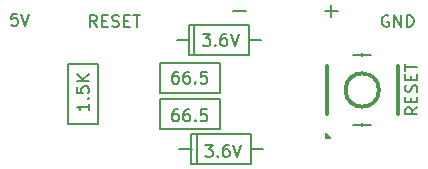
<source format=gto>
%TF.GenerationSoftware,KiCad,Pcbnew,4.0.4+e1-6308~48~ubuntu14.04.1-stable*%
%TF.CreationDate,2016-11-21T12:06:34-08:00*%
%TF.ProjectId,USB-Breakout-with-Reset,5553422D427265616B6F75742D776974,rev?*%
%TF.FileFunction,Legend,Top*%
%FSLAX46Y46*%
G04 Gerber Fmt 4.6, Leading zero omitted, Abs format (unit mm)*
G04 Created by KiCad (PCBNEW 4.0.4+e1-6308~48~ubuntu14.04.1-stable) date Mon Nov 21 12:06:34 2016*
%MOMM*%
%LPD*%
G01*
G04 APERTURE LIST*
%ADD10C,0.350000*%
%ADD11C,0.200000*%
%ADD12C,0.152400*%
%ADD13C,0.150000*%
G04 APERTURE END LIST*
D10*
D11*
X155866667Y-100100000D02*
X156933334Y-100100000D01*
X156400001Y-100633333D02*
X156400001Y-99566667D01*
X148066667Y-100100000D02*
X149133334Y-100100000D01*
D12*
X161225905Y-100492000D02*
X161129143Y-100443619D01*
X160984000Y-100443619D01*
X160838858Y-100492000D01*
X160742096Y-100588762D01*
X160693715Y-100685524D01*
X160645334Y-100879048D01*
X160645334Y-101024190D01*
X160693715Y-101217714D01*
X160742096Y-101314476D01*
X160838858Y-101411238D01*
X160984000Y-101459619D01*
X161080762Y-101459619D01*
X161225905Y-101411238D01*
X161274286Y-101362857D01*
X161274286Y-101024190D01*
X161080762Y-101024190D01*
X161709715Y-101459619D02*
X161709715Y-100443619D01*
X162290286Y-101459619D01*
X162290286Y-100443619D01*
X162774096Y-101459619D02*
X162774096Y-100443619D01*
X163016001Y-100443619D01*
X163161143Y-100492000D01*
X163257905Y-100588762D01*
X163306286Y-100685524D01*
X163354667Y-100879048D01*
X163354667Y-101024190D01*
X163306286Y-101217714D01*
X163257905Y-101314476D01*
X163161143Y-101411238D01*
X163016001Y-101459619D01*
X162774096Y-101459619D01*
X136524381Y-101459619D02*
X136185715Y-100975810D01*
X135943810Y-101459619D02*
X135943810Y-100443619D01*
X136330857Y-100443619D01*
X136427619Y-100492000D01*
X136476000Y-100540381D01*
X136524381Y-100637143D01*
X136524381Y-100782286D01*
X136476000Y-100879048D01*
X136427619Y-100927429D01*
X136330857Y-100975810D01*
X135943810Y-100975810D01*
X136959810Y-100927429D02*
X137298476Y-100927429D01*
X137443619Y-101459619D02*
X136959810Y-101459619D01*
X136959810Y-100443619D01*
X137443619Y-100443619D01*
X137830667Y-101411238D02*
X137975810Y-101459619D01*
X138217714Y-101459619D01*
X138314476Y-101411238D01*
X138362857Y-101362857D01*
X138411238Y-101266095D01*
X138411238Y-101169333D01*
X138362857Y-101072571D01*
X138314476Y-101024190D01*
X138217714Y-100975810D01*
X138024191Y-100927429D01*
X137927429Y-100879048D01*
X137879048Y-100830667D01*
X137830667Y-100733905D01*
X137830667Y-100637143D01*
X137879048Y-100540381D01*
X137927429Y-100492000D01*
X138024191Y-100443619D01*
X138266095Y-100443619D01*
X138411238Y-100492000D01*
X138846667Y-100927429D02*
X139185333Y-100927429D01*
X139330476Y-101459619D02*
X138846667Y-101459619D01*
X138846667Y-100443619D01*
X139330476Y-100443619D01*
X139620762Y-100443619D02*
X140201333Y-100443619D01*
X139911048Y-101459619D02*
X139911048Y-100443619D01*
X129806476Y-100343619D02*
X129322667Y-100343619D01*
X129274286Y-100827429D01*
X129322667Y-100779048D01*
X129419429Y-100730667D01*
X129661333Y-100730667D01*
X129758095Y-100779048D01*
X129806476Y-100827429D01*
X129854857Y-100924190D01*
X129854857Y-101166095D01*
X129806476Y-101262857D01*
X129758095Y-101311238D01*
X129661333Y-101359619D01*
X129419429Y-101359619D01*
X129322667Y-101311238D01*
X129274286Y-101262857D01*
X130145143Y-100343619D02*
X130483810Y-101359619D01*
X130822476Y-100343619D01*
X135859619Y-107943429D02*
X135859619Y-108524000D01*
X135859619Y-108233714D02*
X134843619Y-108233714D01*
X134988762Y-108330476D01*
X135085524Y-108427238D01*
X135133905Y-108524000D01*
X135762857Y-107508000D02*
X135811238Y-107459619D01*
X135859619Y-107508000D01*
X135811238Y-107556381D01*
X135762857Y-107508000D01*
X135859619Y-107508000D01*
X134843619Y-106540381D02*
X134843619Y-107024190D01*
X135327429Y-107072571D01*
X135279048Y-107024190D01*
X135230667Y-106927428D01*
X135230667Y-106685524D01*
X135279048Y-106588762D01*
X135327429Y-106540381D01*
X135424190Y-106492000D01*
X135666095Y-106492000D01*
X135762857Y-106540381D01*
X135811238Y-106588762D01*
X135859619Y-106685524D01*
X135859619Y-106927428D01*
X135811238Y-107024190D01*
X135762857Y-107072571D01*
X135859619Y-106056571D02*
X134843619Y-106056571D01*
X135859619Y-105476000D02*
X135279048Y-105911428D01*
X134843619Y-105476000D02*
X135424190Y-106056571D01*
X163659619Y-108275619D02*
X163175810Y-108614285D01*
X163659619Y-108856190D02*
X162643619Y-108856190D01*
X162643619Y-108469143D01*
X162692000Y-108372381D01*
X162740381Y-108324000D01*
X162837143Y-108275619D01*
X162982286Y-108275619D01*
X163079048Y-108324000D01*
X163127429Y-108372381D01*
X163175810Y-108469143D01*
X163175810Y-108856190D01*
X163127429Y-107840190D02*
X163127429Y-107501524D01*
X163659619Y-107356381D02*
X163659619Y-107840190D01*
X162643619Y-107840190D01*
X162643619Y-107356381D01*
X163611238Y-106969333D02*
X163659619Y-106824190D01*
X163659619Y-106582286D01*
X163611238Y-106485524D01*
X163562857Y-106437143D01*
X163466095Y-106388762D01*
X163369333Y-106388762D01*
X163272571Y-106437143D01*
X163224190Y-106485524D01*
X163175810Y-106582286D01*
X163127429Y-106775809D01*
X163079048Y-106872571D01*
X163030667Y-106920952D01*
X162933905Y-106969333D01*
X162837143Y-106969333D01*
X162740381Y-106920952D01*
X162692000Y-106872571D01*
X162643619Y-106775809D01*
X162643619Y-106533905D01*
X162692000Y-106388762D01*
X163127429Y-105953333D02*
X163127429Y-105614667D01*
X163659619Y-105469524D02*
X163659619Y-105953333D01*
X162643619Y-105953333D01*
X162643619Y-105469524D01*
X162643619Y-105179238D02*
X162643619Y-104598667D01*
X163659619Y-104888952D02*
X162643619Y-104888952D01*
X145700191Y-111443619D02*
X146329143Y-111443619D01*
X145990477Y-111830667D01*
X146135619Y-111830667D01*
X146232381Y-111879048D01*
X146280762Y-111927429D01*
X146329143Y-112024190D01*
X146329143Y-112266095D01*
X146280762Y-112362857D01*
X146232381Y-112411238D01*
X146135619Y-112459619D01*
X145845334Y-112459619D01*
X145748572Y-112411238D01*
X145700191Y-112362857D01*
X146764572Y-112362857D02*
X146812953Y-112411238D01*
X146764572Y-112459619D01*
X146716191Y-112411238D01*
X146764572Y-112362857D01*
X146764572Y-112459619D01*
X147683810Y-111443619D02*
X147490287Y-111443619D01*
X147393525Y-111492000D01*
X147345144Y-111540381D01*
X147248382Y-111685524D01*
X147200001Y-111879048D01*
X147200001Y-112266095D01*
X147248382Y-112362857D01*
X147296763Y-112411238D01*
X147393525Y-112459619D01*
X147587048Y-112459619D01*
X147683810Y-112411238D01*
X147732191Y-112362857D01*
X147780572Y-112266095D01*
X147780572Y-112024190D01*
X147732191Y-111927429D01*
X147683810Y-111879048D01*
X147587048Y-111830667D01*
X147393525Y-111830667D01*
X147296763Y-111879048D01*
X147248382Y-111927429D01*
X147200001Y-112024190D01*
X148070858Y-111443619D02*
X148409525Y-112459619D01*
X148748191Y-111443619D01*
X145500191Y-102043619D02*
X146129143Y-102043619D01*
X145790477Y-102430667D01*
X145935619Y-102430667D01*
X146032381Y-102479048D01*
X146080762Y-102527429D01*
X146129143Y-102624190D01*
X146129143Y-102866095D01*
X146080762Y-102962857D01*
X146032381Y-103011238D01*
X145935619Y-103059619D01*
X145645334Y-103059619D01*
X145548572Y-103011238D01*
X145500191Y-102962857D01*
X146564572Y-102962857D02*
X146612953Y-103011238D01*
X146564572Y-103059619D01*
X146516191Y-103011238D01*
X146564572Y-102962857D01*
X146564572Y-103059619D01*
X147483810Y-102043619D02*
X147290287Y-102043619D01*
X147193525Y-102092000D01*
X147145144Y-102140381D01*
X147048382Y-102285524D01*
X147000001Y-102479048D01*
X147000001Y-102866095D01*
X147048382Y-102962857D01*
X147096763Y-103011238D01*
X147193525Y-103059619D01*
X147387048Y-103059619D01*
X147483810Y-103011238D01*
X147532191Y-102962857D01*
X147580572Y-102866095D01*
X147580572Y-102624190D01*
X147532191Y-102527429D01*
X147483810Y-102479048D01*
X147387048Y-102430667D01*
X147193525Y-102430667D01*
X147096763Y-102479048D01*
X147048382Y-102527429D01*
X147000001Y-102624190D01*
X147870858Y-102043619D02*
X148209525Y-103059619D01*
X148548191Y-102043619D01*
X143384000Y-108443619D02*
X143190477Y-108443619D01*
X143093715Y-108492000D01*
X143045334Y-108540381D01*
X142948572Y-108685524D01*
X142900191Y-108879048D01*
X142900191Y-109266095D01*
X142948572Y-109362857D01*
X142996953Y-109411238D01*
X143093715Y-109459619D01*
X143287238Y-109459619D01*
X143384000Y-109411238D01*
X143432381Y-109362857D01*
X143480762Y-109266095D01*
X143480762Y-109024190D01*
X143432381Y-108927429D01*
X143384000Y-108879048D01*
X143287238Y-108830667D01*
X143093715Y-108830667D01*
X142996953Y-108879048D01*
X142948572Y-108927429D01*
X142900191Y-109024190D01*
X144351619Y-108443619D02*
X144158096Y-108443619D01*
X144061334Y-108492000D01*
X144012953Y-108540381D01*
X143916191Y-108685524D01*
X143867810Y-108879048D01*
X143867810Y-109266095D01*
X143916191Y-109362857D01*
X143964572Y-109411238D01*
X144061334Y-109459619D01*
X144254857Y-109459619D01*
X144351619Y-109411238D01*
X144400000Y-109362857D01*
X144448381Y-109266095D01*
X144448381Y-109024190D01*
X144400000Y-108927429D01*
X144351619Y-108879048D01*
X144254857Y-108830667D01*
X144061334Y-108830667D01*
X143964572Y-108879048D01*
X143916191Y-108927429D01*
X143867810Y-109024190D01*
X144883810Y-109362857D02*
X144932191Y-109411238D01*
X144883810Y-109459619D01*
X144835429Y-109411238D01*
X144883810Y-109362857D01*
X144883810Y-109459619D01*
X145851429Y-108443619D02*
X145367620Y-108443619D01*
X145319239Y-108927429D01*
X145367620Y-108879048D01*
X145464382Y-108830667D01*
X145706286Y-108830667D01*
X145803048Y-108879048D01*
X145851429Y-108927429D01*
X145899810Y-109024190D01*
X145899810Y-109266095D01*
X145851429Y-109362857D01*
X145803048Y-109411238D01*
X145706286Y-109459619D01*
X145464382Y-109459619D01*
X145367620Y-109411238D01*
X145319239Y-109362857D01*
X143384000Y-105243619D02*
X143190477Y-105243619D01*
X143093715Y-105292000D01*
X143045334Y-105340381D01*
X142948572Y-105485524D01*
X142900191Y-105679048D01*
X142900191Y-106066095D01*
X142948572Y-106162857D01*
X142996953Y-106211238D01*
X143093715Y-106259619D01*
X143287238Y-106259619D01*
X143384000Y-106211238D01*
X143432381Y-106162857D01*
X143480762Y-106066095D01*
X143480762Y-105824190D01*
X143432381Y-105727429D01*
X143384000Y-105679048D01*
X143287238Y-105630667D01*
X143093715Y-105630667D01*
X142996953Y-105679048D01*
X142948572Y-105727429D01*
X142900191Y-105824190D01*
X144351619Y-105243619D02*
X144158096Y-105243619D01*
X144061334Y-105292000D01*
X144012953Y-105340381D01*
X143916191Y-105485524D01*
X143867810Y-105679048D01*
X143867810Y-106066095D01*
X143916191Y-106162857D01*
X143964572Y-106211238D01*
X144061334Y-106259619D01*
X144254857Y-106259619D01*
X144351619Y-106211238D01*
X144400000Y-106162857D01*
X144448381Y-106066095D01*
X144448381Y-105824190D01*
X144400000Y-105727429D01*
X144351619Y-105679048D01*
X144254857Y-105630667D01*
X144061334Y-105630667D01*
X143964572Y-105679048D01*
X143916191Y-105727429D01*
X143867810Y-105824190D01*
X144883810Y-106162857D02*
X144932191Y-106211238D01*
X144883810Y-106259619D01*
X144835429Y-106211238D01*
X144883810Y-106162857D01*
X144883810Y-106259619D01*
X145851429Y-105243619D02*
X145367620Y-105243619D01*
X145319239Y-105727429D01*
X145367620Y-105679048D01*
X145464382Y-105630667D01*
X145706286Y-105630667D01*
X145803048Y-105679048D01*
X145851429Y-105727429D01*
X145899810Y-105824190D01*
X145899810Y-106066095D01*
X145851429Y-106162857D01*
X145803048Y-106211238D01*
X145706286Y-106259619D01*
X145464382Y-106259619D01*
X145367620Y-106211238D01*
X145319239Y-106162857D01*
D13*
X134130000Y-109650000D02*
X134130000Y-104570000D01*
X134130000Y-104570000D02*
X136670000Y-104570000D01*
X136670000Y-104570000D02*
X136670000Y-109650000D01*
X136670000Y-109650000D02*
X134130000Y-109650000D01*
X146950000Y-107070000D02*
X141870000Y-107070000D01*
X141870000Y-107070000D02*
X141870000Y-104530000D01*
X141870000Y-104530000D02*
X146950000Y-104530000D01*
X146950000Y-104530000D02*
X146950000Y-107070000D01*
X146950000Y-110070000D02*
X141870000Y-110070000D01*
X141870000Y-110070000D02*
X141870000Y-107530000D01*
X141870000Y-107530000D02*
X146950000Y-107530000D01*
X146950000Y-107530000D02*
X146950000Y-110070000D01*
X156000000Y-110750000D02*
X156100000Y-110750000D01*
X155950000Y-110850000D02*
X155950000Y-110500000D01*
X155950000Y-110500000D02*
G75*
G03X156300000Y-110850000I1050000J700000D01*
G01*
X155950000Y-110850000D02*
X156300000Y-110850000D01*
X160414214Y-106800000D02*
G75*
G03X160414214Y-106800000I-1414214J0D01*
G01*
X162000000Y-108800000D02*
X162000000Y-104800000D01*
X156000000Y-108800000D02*
X156000000Y-104800000D01*
X159750000Y-109800000D02*
X158250000Y-109800000D01*
X158250000Y-103800000D02*
X159750000Y-103800000D01*
D10*
X159000000Y-109800000D02*
X159000000Y-109800000D01*
X162000000Y-104800000D02*
X162000000Y-108800000D01*
X156000000Y-104800000D02*
X156000000Y-108800000D01*
X159000000Y-103800000D02*
X159000000Y-103800000D01*
X160414214Y-106800000D02*
G75*
G03X160414214Y-106800000I-1414214J0D01*
G01*
D13*
X149420000Y-102594920D02*
X150436000Y-102594920D01*
X144350000Y-102597460D02*
X143300000Y-102597460D01*
X144800000Y-101324920D02*
X144800000Y-103864920D01*
X144340000Y-103864920D02*
X144340000Y-101324920D01*
X144340000Y-101324920D02*
X149420000Y-101324920D01*
X149420000Y-101324920D02*
X149420000Y-103864920D01*
X149420000Y-103864920D02*
X144340000Y-103864920D01*
X149620000Y-111800000D02*
X150636000Y-111800000D01*
X144550000Y-111802540D02*
X143500000Y-111802540D01*
X145000000Y-110530000D02*
X145000000Y-113070000D01*
X144540000Y-113070000D02*
X144540000Y-110530000D01*
X144540000Y-110530000D02*
X149620000Y-110530000D01*
X149620000Y-110530000D02*
X149620000Y-113070000D01*
X149620000Y-113070000D02*
X144540000Y-113070000D01*
M02*

</source>
